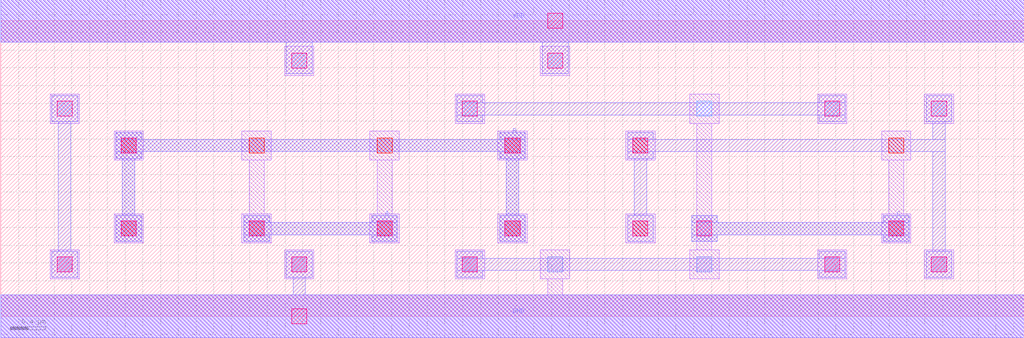
<source format=lef>
MACRO SUTHERLAND1989
 CLASS CORE ;
 FOREIGN SUTHERLAND1989 0 0 ;
 SIZE 11.52 BY 3.33 ;
 ORIGIN 0 0 ;
 SYMMETRY X Y R90 ;
 SITE unit ;
  PIN VDD
   DIRECTION INOUT ;
   USE POWER ;
   SHAPE ABUTMENT ;
    PORT
     CLASS CORE ;
       LAYER li1 ;
        RECT 0.00000000 3.09000000 11.52000000 3.57000000 ;
       LAYER met1 ;
        RECT 0.00000000 3.09000000 11.52000000 3.57000000 ;
    END
  END VDD

  PIN GND
   DIRECTION INOUT ;
   USE POWER ;
   SHAPE ABUTMENT ;
    PORT
     CLASS CORE ;
       LAYER li1 ;
        RECT 0.00000000 -0.24000000 11.52000000 0.24000000 ;
       LAYER met1 ;
        RECT 0.00000000 -0.24000000 11.52000000 0.24000000 ;
    END
  END GND

  PIN C
   DIRECTION INOUT ;
   USE SIGNAL ;
   SHAPE ABUTMENT ;
    PORT
     CLASS CORE ;
       LAYER met1 ;
        RECT 7.77500000 0.84500000 8.06500000 0.92000000 ;
        RECT 9.93500000 0.84500000 10.22500000 0.92000000 ;
        RECT 7.77500000 0.92000000 10.22500000 1.06000000 ;
        RECT 7.77500000 1.06000000 8.06500000 1.13500000 ;
        RECT 9.93500000 1.06000000 10.22500000 1.13500000 ;
    END
  END C

  PIN B
   DIRECTION INOUT ;
   USE SIGNAL ;
   SHAPE ABUTMENT ;
    PORT
     CLASS CORE ;
       LAYER met1 ;
        RECT 1.29500000 0.84500000 1.58500000 1.13500000 ;
        RECT 5.61500000 0.84500000 5.90500000 1.13500000 ;
        RECT 1.37000000 1.13500000 1.51000000 1.78000000 ;
        RECT 5.69000000 1.13500000 5.83000000 1.78000000 ;
        RECT 1.29500000 1.78000000 1.58500000 1.85500000 ;
        RECT 5.61500000 1.78000000 5.90500000 1.85500000 ;
        RECT 1.29500000 1.85500000 5.90500000 1.99500000 ;
        RECT 1.29500000 1.99500000 1.58500000 2.07000000 ;
        RECT 5.61500000 1.99500000 5.90500000 2.07000000 ;
    END
  END B

  PIN A
   DIRECTION INOUT ;
   USE SIGNAL ;
   SHAPE ABUTMENT ;
    PORT
     CLASS CORE ;
       LAYER met1 ;
        RECT 2.73500000 0.84500000 3.02500000 0.92000000 ;
        RECT 4.17500000 0.84500000 4.46500000 0.92000000 ;
        RECT 2.73500000 0.92000000 4.46500000 1.06000000 ;
        RECT 2.73500000 1.06000000 3.02500000 1.13500000 ;
        RECT 4.17500000 1.06000000 4.46500000 1.13500000 ;
    END
  END A

 OBS
    LAYER polycont ;
     RECT 1.35500000 0.90500000 1.52500000 1.07500000 ;
     RECT 2.79500000 0.90500000 2.96500000 1.07500000 ;
     RECT 4.23500000 0.90500000 4.40500000 1.07500000 ;
     RECT 5.67500000 0.90500000 5.84500000 1.07500000 ;
     RECT 7.11500000 0.90500000 7.28500000 1.07500000 ;
     RECT 9.99500000 0.90500000 10.16500000 1.07500000 ;
     RECT 1.35500000 1.84000000 1.52500000 2.01000000 ;
     RECT 2.79500000 1.84000000 2.96500000 2.01000000 ;
     RECT 4.23500000 1.84000000 4.40500000 2.01000000 ;
     RECT 5.67500000 1.84000000 5.84500000 2.01000000 ;
     RECT 7.11500000 1.84000000 7.28500000 2.01000000 ;
     RECT 9.99500000 1.84000000 10.16500000 2.01000000 ;

    LAYER pdiffc ;
     RECT 0.63500000 2.25500000 0.80500000 2.42500000 ;
     RECT 5.19500000 2.25500000 5.36500000 2.42500000 ;
     RECT 7.83500000 2.25500000 8.00500000 2.42500000 ;
     RECT 9.27500000 2.25500000 9.44500000 2.42500000 ;
     RECT 10.47500000 2.25500000 10.64500000 2.42500000 ;
     RECT 3.27500000 2.79500000 3.44500000 2.96500000 ;
     RECT 6.15500000 2.79500000 6.32500000 2.96500000 ;

    LAYER ndiffc ;
     RECT 0.63500000 0.50000000 0.80500000 0.67000000 ;
     RECT 3.27500000 0.50000000 3.44500000 0.67000000 ;
     RECT 5.19500000 0.50000000 5.36500000 0.67000000 ;
     RECT 6.15500000 0.50000000 6.32500000 0.67000000 ;
     RECT 7.83500000 0.50000000 8.00500000 0.67000000 ;
     RECT 9.27500000 0.50000000 9.44500000 0.67000000 ;
     RECT 10.47500000 0.50000000 10.64500000 0.67000000 ;

    LAYER li1 ;
     RECT 0.55500000 0.42000000 0.88500000 0.75000000 ;
     RECT 3.19500000 0.42000000 3.52500000 0.75000000 ;
     RECT 5.11500000 0.42000000 5.44500000 0.75000000 ;
     RECT 0.00000000 -0.24000000 11.52000000 0.24000000 ;
     RECT 6.15500000 0.24000000 6.32500000 0.42000000 ;
     RECT 6.07500000 0.42000000 6.40500000 0.75000000 ;
     RECT 9.19500000 0.42000000 9.52500000 0.75000000 ;
     RECT 10.39500000 0.42000000 10.72500000 0.75000000 ;
     RECT 1.27500000 0.82500000 1.60500000 1.15500000 ;
     RECT 5.59500000 0.82500000 5.92500000 1.15500000 ;
     RECT 7.03500000 0.82500000 7.36500000 1.15500000 ;
     RECT 1.27500000 1.76000000 1.60500000 2.09000000 ;
     RECT 2.71500000 0.82500000 3.04500000 1.15500000 ;
     RECT 2.79500000 1.15500000 2.96500000 1.76000000 ;
     RECT 2.71500000 1.76000000 3.04500000 2.09000000 ;
     RECT 4.15500000 0.82500000 4.48500000 1.15500000 ;
     RECT 4.23500000 1.15500000 4.40500000 1.76000000 ;
     RECT 4.15500000 1.76000000 4.48500000 2.09000000 ;
     RECT 5.59500000 1.76000000 5.92500000 2.09000000 ;
     RECT 7.03500000 1.76000000 7.36500000 2.09000000 ;
     RECT 9.91500000 0.82500000 10.24500000 1.15500000 ;
     RECT 9.99500000 1.15500000 10.16500000 1.76000000 ;
     RECT 9.91500000 1.76000000 10.24500000 2.09000000 ;
     RECT 0.55500000 2.17500000 0.88500000 2.50500000 ;
     RECT 5.11500000 2.17500000 5.44500000 2.50500000 ;
     RECT 7.75500000 0.42000000 8.08500000 0.75000000 ;
     RECT 7.83500000 0.75000000 8.00500000 2.17500000 ;
     RECT 7.75500000 2.17500000 8.08500000 2.50500000 ;
     RECT 9.19500000 2.17500000 9.52500000 2.50500000 ;
     RECT 10.39500000 2.17500000 10.72500000 2.50500000 ;
     RECT 3.19500000 2.71500000 3.52500000 3.04500000 ;
     RECT 6.07500000 2.71500000 6.40500000 3.04500000 ;
     RECT 0.00000000 3.09000000 11.52000000 3.57000000 ;

    LAYER viali ;
     RECT 3.27500000 -0.08500000 3.44500000 0.08500000 ;
     RECT 0.63500000 0.50000000 0.80500000 0.67000000 ;
     RECT 3.27500000 0.50000000 3.44500000 0.67000000 ;
     RECT 5.19500000 0.50000000 5.36500000 0.67000000 ;
     RECT 9.27500000 0.50000000 9.44500000 0.67000000 ;
     RECT 10.47500000 0.50000000 10.64500000 0.67000000 ;
     RECT 1.35500000 0.90500000 1.52500000 1.07500000 ;
     RECT 2.79500000 0.90500000 2.96500000 1.07500000 ;
     RECT 4.23500000 0.90500000 4.40500000 1.07500000 ;
     RECT 5.67500000 0.90500000 5.84500000 1.07500000 ;
     RECT 7.11500000 0.90500000 7.28500000 1.07500000 ;
     RECT 7.83500000 0.90500000 8.00500000 1.07500000 ;
     RECT 9.99500000 0.90500000 10.16500000 1.07500000 ;
     RECT 1.35500000 1.84000000 1.52500000 2.01000000 ;
     RECT 5.67500000 1.84000000 5.84500000 2.01000000 ;
     RECT 7.11500000 1.84000000 7.28500000 2.01000000 ;
     RECT 0.63500000 2.25500000 0.80500000 2.42500000 ;
     RECT 5.19500000 2.25500000 5.36500000 2.42500000 ;
     RECT 9.27500000 2.25500000 9.44500000 2.42500000 ;
     RECT 10.47500000 2.25500000 10.64500000 2.42500000 ;
     RECT 3.27500000 2.79500000 3.44500000 2.96500000 ;
     RECT 6.15500000 2.79500000 6.32500000 2.96500000 ;
     RECT 6.15500000 3.24500000 6.32500000 3.41500000 ;

    LAYER met1 ;
     RECT 0.00000000 -0.24000000 11.52000000 0.24000000 ;
     RECT 3.29000000 0.24000000 3.43000000 0.44000000 ;
     RECT 3.21500000 0.44000000 3.50500000 0.73000000 ;
     RECT 5.13500000 0.44000000 5.42500000 0.51500000 ;
     RECT 9.21500000 0.44000000 9.50500000 0.51500000 ;
     RECT 5.13500000 0.51500000 9.50500000 0.65500000 ;
     RECT 5.13500000 0.65500000 5.42500000 0.73000000 ;
     RECT 9.21500000 0.65500000 9.50500000 0.73000000 ;
     RECT 2.73500000 0.84500000 3.02500000 0.92000000 ;
     RECT 4.17500000 0.84500000 4.46500000 0.92000000 ;
     RECT 2.73500000 0.92000000 4.46500000 1.06000000 ;
     RECT 2.73500000 1.06000000 3.02500000 1.13500000 ;
     RECT 4.17500000 1.06000000 4.46500000 1.13500000 ;
     RECT 7.77500000 0.84500000 8.06500000 0.92000000 ;
     RECT 9.93500000 0.84500000 10.22500000 0.92000000 ;
     RECT 7.77500000 0.92000000 10.22500000 1.06000000 ;
     RECT 7.77500000 1.06000000 8.06500000 1.13500000 ;
     RECT 9.93500000 1.06000000 10.22500000 1.13500000 ;
     RECT 1.29500000 0.84500000 1.58500000 1.13500000 ;
     RECT 5.61500000 0.84500000 5.90500000 1.13500000 ;
     RECT 1.37000000 1.13500000 1.51000000 1.78000000 ;
     RECT 5.69000000 1.13500000 5.83000000 1.78000000 ;
     RECT 1.29500000 1.78000000 1.58500000 1.85500000 ;
     RECT 5.61500000 1.78000000 5.90500000 1.85500000 ;
     RECT 1.29500000 1.85500000 5.90500000 1.99500000 ;
     RECT 1.29500000 1.99500000 1.58500000 2.07000000 ;
     RECT 5.61500000 1.99500000 5.90500000 2.07000000 ;
     RECT 0.57500000 0.44000000 0.86500000 0.73000000 ;
     RECT 0.65000000 0.73000000 0.79000000 2.19500000 ;
     RECT 0.57500000 2.19500000 0.86500000 2.48500000 ;
     RECT 5.13500000 2.19500000 5.42500000 2.27000000 ;
     RECT 9.21500000 2.19500000 9.50500000 2.27000000 ;
     RECT 5.13500000 2.27000000 9.50500000 2.41000000 ;
     RECT 5.13500000 2.41000000 5.42500000 2.48500000 ;
     RECT 9.21500000 2.41000000 9.50500000 2.48500000 ;
     RECT 10.41500000 0.44000000 10.70500000 0.73000000 ;
     RECT 7.05500000 0.84500000 7.34500000 1.13500000 ;
     RECT 7.13000000 1.13500000 7.27000000 1.78000000 ;
     RECT 7.05500000 1.78000000 7.34500000 1.85500000 ;
     RECT 10.49000000 0.73000000 10.63000000 1.85500000 ;
     RECT 7.05500000 1.85500000 10.63000000 1.99500000 ;
     RECT 7.05500000 1.99500000 7.34500000 2.07000000 ;
     RECT 10.49000000 1.99500000 10.63000000 2.19500000 ;
     RECT 10.41500000 2.19500000 10.70500000 2.48500000 ;
     RECT 3.21500000 2.73500000 3.50500000 3.09000000 ;
     RECT 6.09500000 2.73500000 6.38500000 3.09000000 ;
     RECT 0.00000000 3.09000000 11.52000000 3.57000000 ;

 END
END SUTHERLAND1989

</source>
